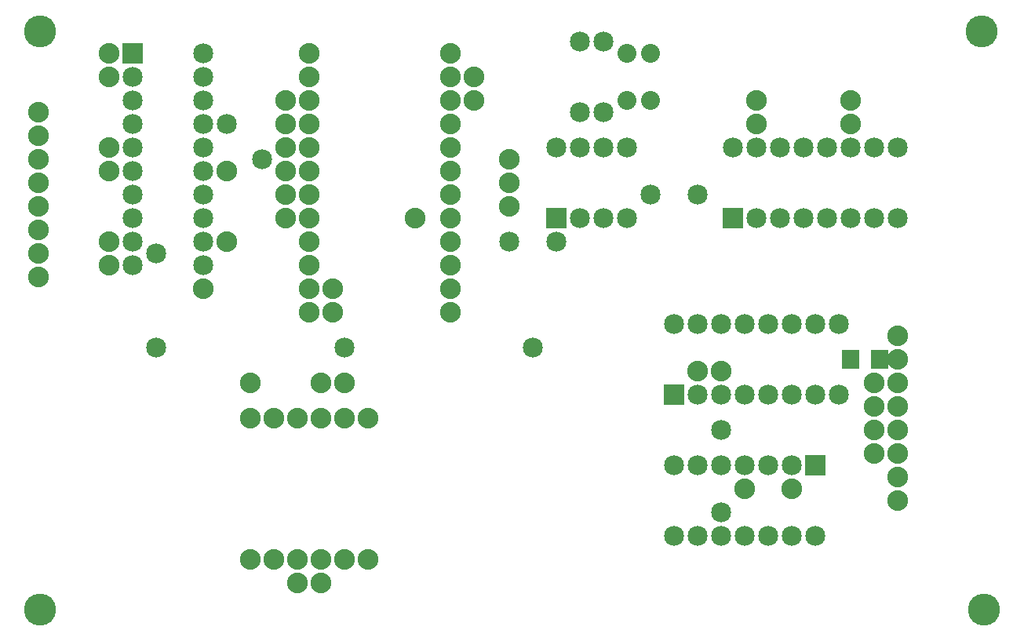
<source format=gbs>
G04 MADE WITH FRITZING*
G04 WWW.FRITZING.ORG*
G04 SINGLE SIDED*
G04 HOLES NOT PLATED*
G04 CONTOUR ON CENTER OF CONTOUR VECTOR*
%ASAXBY*%
%FSLAX23Y23*%
%MOIN*%
%OFA0B0*%
%SFA1.0B1.0*%
%ADD10C,0.085000*%
%ADD11C,0.088000*%
%ADD12C,0.135984*%
%ADD13C,0.080000*%
%ADD14R,0.085000X0.085000*%
%ADD15R,0.072992X0.084803*%
%LNMASK0*%
G90*
G70*
G54D10*
X3072Y556D03*
X3072Y906D03*
G54D11*
X1072Y356D03*
X1172Y356D03*
X1272Y356D03*
X1372Y356D03*
X1472Y356D03*
X1572Y356D03*
X1072Y956D03*
X1172Y956D03*
X1272Y956D03*
X1372Y956D03*
X1472Y956D03*
X1572Y956D03*
G54D10*
X2772Y1906D03*
X2972Y1906D03*
G54D11*
X1372Y1106D03*
X1472Y1106D03*
X1272Y256D03*
X1372Y256D03*
G54D12*
X180Y2598D03*
X180Y141D03*
X4187Y141D03*
X4180Y2598D03*
G54D10*
X672Y1256D03*
X672Y1656D03*
G54D11*
X1922Y2506D03*
X1922Y2406D03*
X1922Y2306D03*
X1922Y2206D03*
X1922Y2106D03*
X1922Y2006D03*
X1922Y1906D03*
X1922Y1806D03*
X1922Y1706D03*
X1922Y1606D03*
X1922Y1506D03*
X1922Y1406D03*
X1422Y1406D03*
X1422Y1506D03*
X1072Y1106D03*
X3372Y656D03*
X3172Y656D03*
X972Y2006D03*
X972Y1706D03*
X872Y1506D03*
X472Y1706D03*
X472Y1606D03*
X472Y2106D03*
X472Y2006D03*
X472Y2506D03*
X472Y2406D03*
X1222Y2306D03*
X1222Y2206D03*
X1222Y2106D03*
X1222Y2006D03*
X1222Y1906D03*
X1222Y1806D03*
X2022Y2306D03*
X2022Y2406D03*
X3722Y1106D03*
X3722Y1006D03*
X3722Y906D03*
X3722Y806D03*
X3622Y2206D03*
X3622Y2306D03*
X3222Y2206D03*
X3222Y2306D03*
X2972Y1156D03*
X3072Y1156D03*
X2172Y2056D03*
X2172Y1956D03*
X2172Y1856D03*
G54D10*
X2172Y1706D03*
X2372Y1706D03*
G54D11*
X1322Y2506D03*
X1322Y2406D03*
X1322Y2306D03*
X1322Y2206D03*
X1322Y2106D03*
X1322Y2006D03*
X1322Y1906D03*
X1322Y1806D03*
X1322Y1706D03*
X1322Y1606D03*
X1322Y1506D03*
X1322Y1406D03*
G54D10*
X2872Y1056D03*
X2872Y1356D03*
X2972Y1056D03*
X2972Y1356D03*
X3072Y1056D03*
X3072Y1356D03*
X3172Y1056D03*
X3172Y1356D03*
X3272Y1056D03*
X3272Y1356D03*
X3372Y1056D03*
X3372Y1356D03*
X3472Y1056D03*
X3472Y1356D03*
X3572Y1056D03*
X3572Y1356D03*
X572Y2506D03*
X872Y2506D03*
X572Y2406D03*
X872Y2406D03*
X572Y2306D03*
X872Y2306D03*
X572Y2206D03*
X872Y2206D03*
X572Y2106D03*
X872Y2106D03*
X572Y2006D03*
X872Y2006D03*
X572Y1906D03*
X872Y1906D03*
X572Y1806D03*
X872Y1806D03*
X572Y1706D03*
X872Y1706D03*
X572Y1606D03*
X872Y1606D03*
X3122Y1806D03*
X3122Y2106D03*
X3222Y1806D03*
X3222Y2106D03*
X3322Y1806D03*
X3322Y2106D03*
X3422Y1806D03*
X3422Y2106D03*
X3522Y1806D03*
X3522Y2106D03*
X3622Y1806D03*
X3622Y2106D03*
X3722Y1806D03*
X3722Y2106D03*
X3822Y1806D03*
X3822Y2106D03*
X2372Y1806D03*
X2372Y2106D03*
X2472Y1806D03*
X2472Y2106D03*
X2572Y1806D03*
X2572Y2106D03*
X2672Y1806D03*
X2672Y2106D03*
G54D11*
X3822Y1306D03*
X3822Y1206D03*
X3822Y1106D03*
X3822Y1006D03*
X3822Y906D03*
X3822Y806D03*
X3822Y706D03*
X3822Y606D03*
X172Y2256D03*
X172Y2156D03*
X172Y2056D03*
X172Y1956D03*
X172Y1856D03*
X172Y1756D03*
X172Y1656D03*
X172Y1556D03*
G54D10*
X2572Y2256D03*
X2572Y2556D03*
X2472Y2256D03*
X2472Y2556D03*
G54D13*
X2772Y2506D03*
X2672Y2506D03*
X2772Y2306D03*
X2672Y2306D03*
G54D10*
X3472Y756D03*
X3472Y456D03*
X3372Y756D03*
X3372Y456D03*
X3272Y756D03*
X3272Y456D03*
X3172Y756D03*
X3172Y456D03*
X3072Y756D03*
X3072Y456D03*
X2972Y756D03*
X2972Y456D03*
X2872Y756D03*
X2872Y456D03*
X1472Y1256D03*
X2272Y1256D03*
G54D11*
X1772Y1806D03*
G54D10*
X1122Y2056D03*
X972Y2206D03*
G54D14*
X2872Y1056D03*
X572Y2506D03*
X3122Y1806D03*
X2372Y1806D03*
X3472Y756D03*
G54D15*
X3622Y1206D03*
X3744Y1206D03*
G04 End of Mask0*
M02*
</source>
